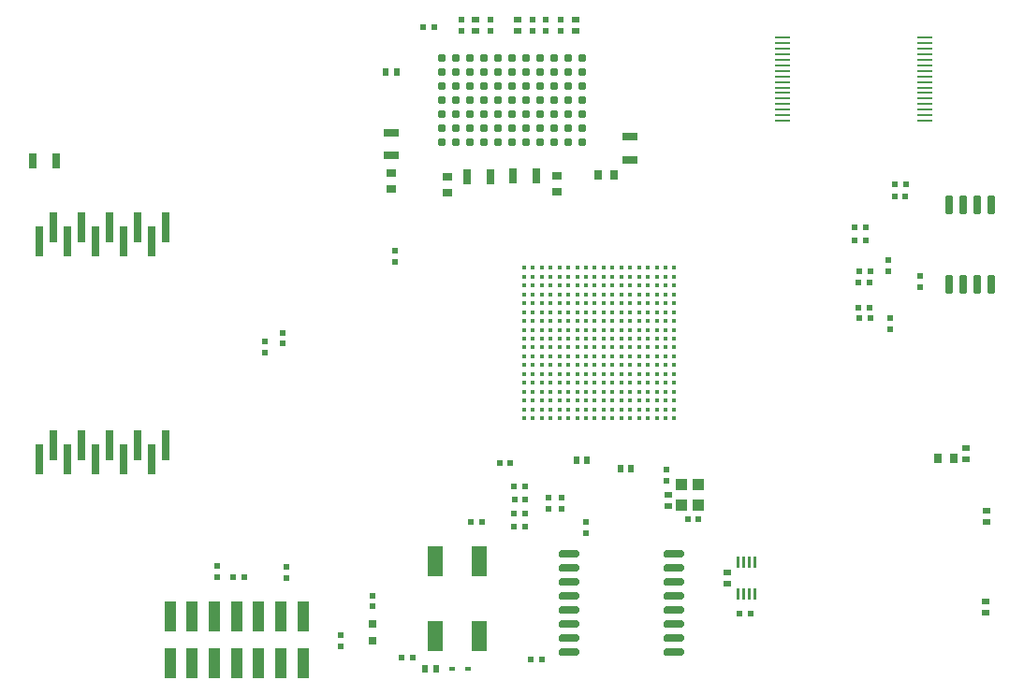
<source format=gtp>
G04*
G04 #@! TF.GenerationSoftware,Altium Limited,Altium Designer,20.1.11 (218)*
G04*
G04 Layer_Color=8421504*
%FSLAX25Y25*%
%MOIN*%
G70*
G04*
G04 #@! TF.SameCoordinates,79C4E474-355B-46CA-A0E8-57BC19F8BC65*
G04*
G04*
G04 #@! TF.FilePolarity,Positive*
G04*
G01*
G75*
%ADD24R,0.02362X0.02756*%
%ADD25R,0.02362X0.02362*%
%ADD26R,0.02362X0.02362*%
G04:AMPARAMS|DCode=27|XSize=63.39mil|YSize=24.02mil|CornerRadius=3mil|HoleSize=0mil|Usage=FLASHONLY|Rotation=90.000|XOffset=0mil|YOffset=0mil|HoleType=Round|Shape=RoundedRectangle|*
%AMROUNDEDRECTD27*
21,1,0.06339,0.01801,0,0,90.0*
21,1,0.05738,0.02402,0,0,90.0*
1,1,0.00600,0.00901,0.02869*
1,1,0.00600,0.00901,-0.02869*
1,1,0.00600,-0.00901,-0.02869*
1,1,0.00600,-0.00901,0.02869*
%
%ADD27ROUNDEDRECTD27*%
%ADD28R,0.02756X0.02362*%
G04:AMPARAMS|DCode=29|XSize=42mil|YSize=10mil|CornerRadius=2.5mil|HoleSize=0mil|Usage=FLASHONLY|Rotation=90.000|XOffset=0mil|YOffset=0mil|HoleType=Round|Shape=RoundedRectangle|*
%AMROUNDEDRECTD29*
21,1,0.04200,0.00500,0,0,90.0*
21,1,0.03700,0.01000,0,0,90.0*
1,1,0.00500,0.00250,0.01850*
1,1,0.00500,0.00250,-0.01850*
1,1,0.00500,-0.00250,-0.01850*
1,1,0.00500,-0.00250,0.01850*
%
%ADD29ROUNDEDRECTD29*%
G04:AMPARAMS|DCode=30|XSize=23.62mil|YSize=74.8mil|CornerRadius=5.91mil|HoleSize=0mil|Usage=FLASHONLY|Rotation=90.000|XOffset=0mil|YOffset=0mil|HoleType=Round|Shape=RoundedRectangle|*
%AMROUNDEDRECTD30*
21,1,0.02362,0.06299,0,0,90.0*
21,1,0.01181,0.07480,0,0,90.0*
1,1,0.01181,0.03150,0.00591*
1,1,0.01181,0.03150,-0.00591*
1,1,0.01181,-0.03150,-0.00591*
1,1,0.01181,-0.03150,0.00591*
%
%ADD30ROUNDEDRECTD30*%
%ADD31R,0.02165X0.01181*%
%ADD32R,0.03150X0.03150*%
%ADD33R,0.05512X0.03150*%
%ADD34R,0.02559X0.03543*%
%ADD35R,0.03543X0.02559*%
G04:AMPARAMS|DCode=36|XSize=56mil|YSize=9mil|CornerRadius=2.25mil|HoleSize=0mil|Usage=FLASHONLY|Rotation=0.000|XOffset=0mil|YOffset=0mil|HoleType=Round|Shape=RoundedRectangle|*
%AMROUNDEDRECTD36*
21,1,0.05600,0.00450,0,0,0.0*
21,1,0.05150,0.00900,0,0,0.0*
1,1,0.00450,0.02575,-0.00225*
1,1,0.00450,-0.02575,-0.00225*
1,1,0.00450,-0.02575,0.00225*
1,1,0.00450,0.02575,0.00225*
%
%ADD36ROUNDEDRECTD36*%
%ADD37C,0.01614*%
%ADD38R,0.03937X0.04331*%
%ADD39R,0.05709X0.10827*%
%ADD40R,0.03937X0.10827*%
G04:AMPARAMS|DCode=41|XSize=108mil|YSize=29mil|CornerRadius=7.25mil|HoleSize=0mil|Usage=FLASHONLY|Rotation=90.000|XOffset=0mil|YOffset=0mil|HoleType=Round|Shape=RoundedRectangle|*
%AMROUNDEDRECTD41*
21,1,0.10800,0.01450,0,0,90.0*
21,1,0.09350,0.02900,0,0,90.0*
1,1,0.01450,0.00725,0.04675*
1,1,0.01450,0.00725,-0.04675*
1,1,0.01450,-0.00725,-0.04675*
1,1,0.01450,-0.00725,0.04675*
%
%ADD41ROUNDEDRECTD41*%
%ADD42R,0.03150X0.05512*%
%ADD43C,0.03100*%
D24*
X396731Y236418D02*
D03*
X400668D02*
D03*
X416318Y233212D02*
D03*
X412381D02*
D03*
X342898Y161876D02*
D03*
X346835D02*
D03*
X332773Y374682D02*
D03*
X328836D02*
D03*
D25*
X436374Y215307D02*
D03*
X440311D02*
D03*
X514119Y334604D02*
D03*
X510182D02*
D03*
X510079Y330114D02*
D03*
X514016D02*
D03*
X495821Y319407D02*
D03*
X499758D02*
D03*
X499832Y314536D02*
D03*
X495895D02*
D03*
X501520Y303741D02*
D03*
X497583D02*
D03*
X501242Y299443D02*
D03*
X497305D02*
D03*
X501223Y290731D02*
D03*
X497286D02*
D03*
X501432Y286900D02*
D03*
X497495D02*
D03*
X458806Y181477D02*
D03*
X454869D02*
D03*
X373363Y235106D02*
D03*
X369426D02*
D03*
X359261Y214093D02*
D03*
X363198D02*
D03*
X374570Y227022D02*
D03*
X378507D02*
D03*
X374740Y222282D02*
D03*
X378677D02*
D03*
X378520Y217400D02*
D03*
X374583D02*
D03*
Y212584D02*
D03*
X378520D02*
D03*
X380695Y165387D02*
D03*
X384631D02*
D03*
X334470Y165866D02*
D03*
X338407D02*
D03*
X278397Y194543D02*
D03*
X274460D02*
D03*
X346106Y390493D02*
D03*
X342169D02*
D03*
D26*
X519065Y301851D02*
D03*
Y297914D02*
D03*
X507967Y307669D02*
D03*
Y303732D02*
D03*
X508398Y282937D02*
D03*
Y286874D02*
D03*
X400192Y210381D02*
D03*
Y214318D02*
D03*
X391520Y218875D02*
D03*
Y222812D02*
D03*
X386949D02*
D03*
Y218875D02*
D03*
X324099Y188054D02*
D03*
Y184116D02*
D03*
X312987Y170076D02*
D03*
Y174013D02*
D03*
X268728Y198456D02*
D03*
Y194519D02*
D03*
X391049Y389354D02*
D03*
Y393291D02*
D03*
X386011Y389265D02*
D03*
Y393202D02*
D03*
X381101Y389353D02*
D03*
Y393290D02*
D03*
X366098Y389299D02*
D03*
Y393236D02*
D03*
X355931Y389313D02*
D03*
Y393250D02*
D03*
X293517Y198112D02*
D03*
Y194175D02*
D03*
X428982Y232834D02*
D03*
Y228897D02*
D03*
X332191Y310768D02*
D03*
Y306831D02*
D03*
X285802Y278652D02*
D03*
Y274715D02*
D03*
X292089Y281711D02*
D03*
Y277774D02*
D03*
D27*
X529411Y298879D02*
D03*
X534411D02*
D03*
X539411D02*
D03*
X544411D02*
D03*
Y327265D02*
D03*
X539411D02*
D03*
X534411D02*
D03*
X529411D02*
D03*
D28*
X542585Y186027D02*
D03*
Y182090D02*
D03*
X450541Y192365D02*
D03*
Y196302D02*
D03*
X429623Y220091D02*
D03*
Y224028D02*
D03*
X396526Y389228D02*
D03*
Y393164D02*
D03*
X375938Y389353D02*
D03*
Y393290D02*
D03*
X360928Y389360D02*
D03*
Y393297D02*
D03*
X535559Y236732D02*
D03*
Y240669D02*
D03*
X542916Y218138D02*
D03*
Y214201D02*
D03*
D29*
X454386Y188727D02*
D03*
X456386D02*
D03*
X458386D02*
D03*
X460386D02*
D03*
Y199927D02*
D03*
X458386D02*
D03*
X456386D02*
D03*
X454386D02*
D03*
D30*
X431697Y167777D02*
D03*
Y172777D02*
D03*
Y177777D02*
D03*
Y182777D02*
D03*
Y187777D02*
D03*
Y192777D02*
D03*
Y197777D02*
D03*
Y202777D02*
D03*
X394295Y167777D02*
D03*
Y172777D02*
D03*
Y177777D02*
D03*
Y182777D02*
D03*
Y187777D02*
D03*
Y192777D02*
D03*
Y197777D02*
D03*
Y202777D02*
D03*
D31*
X352555Y161966D02*
D03*
X358067D02*
D03*
D32*
X324242Y177977D02*
D03*
Y172072D02*
D03*
D33*
X415751Y343325D02*
D03*
Y351593D02*
D03*
X330782Y344787D02*
D03*
Y353055D02*
D03*
D34*
X404488Y337821D02*
D03*
X410197D02*
D03*
X531217Y236830D02*
D03*
X525508D02*
D03*
D35*
X389825Y331829D02*
D03*
Y337538D02*
D03*
X350767Y331710D02*
D03*
Y337419D02*
D03*
X330754Y332994D02*
D03*
Y338703D02*
D03*
D36*
X520907Y386889D02*
D03*
Y384889D02*
D03*
Y382889D02*
D03*
Y380989D02*
D03*
Y378989D02*
D03*
Y376989D02*
D03*
Y375089D02*
D03*
Y373089D02*
D03*
Y371089D02*
D03*
Y369089D02*
D03*
Y367189D02*
D03*
Y365189D02*
D03*
Y363189D02*
D03*
Y361289D02*
D03*
Y359289D02*
D03*
Y357289D02*
D03*
X470107D02*
D03*
Y359289D02*
D03*
Y361289D02*
D03*
Y363189D02*
D03*
Y365189D02*
D03*
Y367189D02*
D03*
Y369089D02*
D03*
Y371089D02*
D03*
Y373089D02*
D03*
Y375089D02*
D03*
Y376989D02*
D03*
Y378989D02*
D03*
Y380989D02*
D03*
Y382889D02*
D03*
Y384889D02*
D03*
Y386889D02*
D03*
D37*
X378151Y304795D02*
D03*
X381301D02*
D03*
X384451D02*
D03*
X387600D02*
D03*
X390750D02*
D03*
X393899D02*
D03*
X397049D02*
D03*
X400199D02*
D03*
X403348D02*
D03*
X406498D02*
D03*
X409647D02*
D03*
X412797D02*
D03*
X415946D02*
D03*
X419096D02*
D03*
X422246D02*
D03*
X425395D02*
D03*
X428545D02*
D03*
X431695D02*
D03*
X378151Y301645D02*
D03*
X381301D02*
D03*
X384451D02*
D03*
X387600D02*
D03*
X390750D02*
D03*
X393899D02*
D03*
X397049D02*
D03*
X400199D02*
D03*
X403348D02*
D03*
X406498D02*
D03*
X409647D02*
D03*
X412797D02*
D03*
X415946D02*
D03*
X419096D02*
D03*
X422246D02*
D03*
X425395D02*
D03*
X428545D02*
D03*
X431695D02*
D03*
X378151Y298496D02*
D03*
X381301D02*
D03*
X384451D02*
D03*
X387600D02*
D03*
X390750D02*
D03*
X393899D02*
D03*
X397049D02*
D03*
X400199D02*
D03*
X403348D02*
D03*
X406498D02*
D03*
X409647D02*
D03*
X412797D02*
D03*
X415946D02*
D03*
X419096D02*
D03*
X422246D02*
D03*
X425395D02*
D03*
X428545D02*
D03*
X431695D02*
D03*
X378151Y295346D02*
D03*
X381301D02*
D03*
X384451D02*
D03*
X387600D02*
D03*
X390750D02*
D03*
X393899D02*
D03*
X397049D02*
D03*
X400199D02*
D03*
X403348D02*
D03*
X406498D02*
D03*
X409647D02*
D03*
X412797D02*
D03*
X415946D02*
D03*
X419096D02*
D03*
X422246D02*
D03*
X425395D02*
D03*
X428545D02*
D03*
X431695D02*
D03*
X378151Y292197D02*
D03*
X381301D02*
D03*
X384451D02*
D03*
X387600D02*
D03*
X390750D02*
D03*
X393899D02*
D03*
X397049D02*
D03*
X400199D02*
D03*
X403348D02*
D03*
X406498D02*
D03*
X409647D02*
D03*
X412797D02*
D03*
X415946D02*
D03*
X419096D02*
D03*
X422246D02*
D03*
X425395D02*
D03*
X428545D02*
D03*
X431695D02*
D03*
X378151Y289047D02*
D03*
X381301D02*
D03*
X384451D02*
D03*
X387600D02*
D03*
X390750D02*
D03*
X393899D02*
D03*
X397049D02*
D03*
X400199D02*
D03*
X403348D02*
D03*
X406498D02*
D03*
X409647D02*
D03*
X412797D02*
D03*
X415946D02*
D03*
X419096D02*
D03*
X422246D02*
D03*
X425395D02*
D03*
X428545D02*
D03*
X431695D02*
D03*
X378151Y285897D02*
D03*
X381301D02*
D03*
X384451D02*
D03*
X387600D02*
D03*
X390750D02*
D03*
X393899D02*
D03*
X397049D02*
D03*
X400199D02*
D03*
X403348D02*
D03*
X406498D02*
D03*
X409647D02*
D03*
X412797D02*
D03*
X415946D02*
D03*
X419096D02*
D03*
X422246D02*
D03*
X425395D02*
D03*
X428545D02*
D03*
X431695D02*
D03*
X378151Y282748D02*
D03*
X381301D02*
D03*
X384451D02*
D03*
X387600D02*
D03*
X390750D02*
D03*
X393899D02*
D03*
X397049D02*
D03*
X400199D02*
D03*
X403348D02*
D03*
X406498D02*
D03*
X409647D02*
D03*
X412797D02*
D03*
X415946D02*
D03*
X419096D02*
D03*
X422246D02*
D03*
X425395D02*
D03*
X428545D02*
D03*
X431695D02*
D03*
X378151Y279598D02*
D03*
X381301D02*
D03*
X384451D02*
D03*
X387600D02*
D03*
X390750D02*
D03*
X393899D02*
D03*
X397049D02*
D03*
X400199D02*
D03*
X403348D02*
D03*
X406498D02*
D03*
X409647D02*
D03*
X412797D02*
D03*
X415946D02*
D03*
X419096D02*
D03*
X422246D02*
D03*
X425395D02*
D03*
X428545D02*
D03*
X431695D02*
D03*
X378151Y276449D02*
D03*
X381301D02*
D03*
X384451D02*
D03*
X387600D02*
D03*
X390750D02*
D03*
X393899D02*
D03*
X397049D02*
D03*
X400199D02*
D03*
X403348D02*
D03*
X406498D02*
D03*
X409647D02*
D03*
X412797D02*
D03*
X415946D02*
D03*
X419096D02*
D03*
X422246D02*
D03*
X425395D02*
D03*
X428545D02*
D03*
X431695D02*
D03*
X378151Y273299D02*
D03*
X381301D02*
D03*
X384451D02*
D03*
X387600D02*
D03*
X390750D02*
D03*
X393899D02*
D03*
X397049D02*
D03*
X400199D02*
D03*
X403348D02*
D03*
X406498D02*
D03*
X409647D02*
D03*
X412797D02*
D03*
X415946D02*
D03*
X419096D02*
D03*
X422246D02*
D03*
X425395D02*
D03*
X428545D02*
D03*
X431695D02*
D03*
X378151Y270149D02*
D03*
X381301D02*
D03*
X384451D02*
D03*
X387600D02*
D03*
X390750D02*
D03*
X393899D02*
D03*
X397049D02*
D03*
X400199D02*
D03*
X403348D02*
D03*
X406498D02*
D03*
X409647D02*
D03*
X412797D02*
D03*
X415946D02*
D03*
X419096D02*
D03*
X422246D02*
D03*
X425395D02*
D03*
X428545D02*
D03*
X431695D02*
D03*
X378151Y267000D02*
D03*
X381301D02*
D03*
X384451D02*
D03*
X387600D02*
D03*
X390750D02*
D03*
X393899D02*
D03*
X397049D02*
D03*
X400199D02*
D03*
X403348D02*
D03*
X406498D02*
D03*
X409647D02*
D03*
X412797D02*
D03*
X415946D02*
D03*
X419096D02*
D03*
X422246D02*
D03*
X425395D02*
D03*
X428545D02*
D03*
X431695D02*
D03*
X378151Y263850D02*
D03*
X381301D02*
D03*
X384451D02*
D03*
X387600D02*
D03*
X390750D02*
D03*
X393899D02*
D03*
X397049D02*
D03*
X400199D02*
D03*
X403348D02*
D03*
X406498D02*
D03*
X409647D02*
D03*
X412797D02*
D03*
X415946D02*
D03*
X419096D02*
D03*
X422246D02*
D03*
X425395D02*
D03*
X428545D02*
D03*
X431695D02*
D03*
X378151Y260701D02*
D03*
X381301D02*
D03*
X384451D02*
D03*
X387600D02*
D03*
X390750D02*
D03*
X393899D02*
D03*
X397049D02*
D03*
X400199D02*
D03*
X403348D02*
D03*
X406498D02*
D03*
X409647D02*
D03*
X412797D02*
D03*
X415946D02*
D03*
X419096D02*
D03*
X422246D02*
D03*
X425395D02*
D03*
X428545D02*
D03*
X431695D02*
D03*
X378151Y257551D02*
D03*
X381301D02*
D03*
X384451D02*
D03*
X387600D02*
D03*
X390750D02*
D03*
X393899D02*
D03*
X397049D02*
D03*
X400199D02*
D03*
X403348D02*
D03*
X406498D02*
D03*
X409647D02*
D03*
X412797D02*
D03*
X415946D02*
D03*
X419096D02*
D03*
X422246D02*
D03*
X425395D02*
D03*
X428545D02*
D03*
X431695D02*
D03*
X378151Y254401D02*
D03*
X381301D02*
D03*
X384451D02*
D03*
X387600D02*
D03*
X390750D02*
D03*
X393899D02*
D03*
X397049D02*
D03*
X400199D02*
D03*
X403348D02*
D03*
X406498D02*
D03*
X409647D02*
D03*
X412797D02*
D03*
X415946D02*
D03*
X419096D02*
D03*
X422246D02*
D03*
X425395D02*
D03*
X428545D02*
D03*
X431695D02*
D03*
X378151Y251252D02*
D03*
X381301D02*
D03*
X384451D02*
D03*
X387600D02*
D03*
X390750D02*
D03*
X393899D02*
D03*
X397049D02*
D03*
X400199D02*
D03*
X403348D02*
D03*
X406498D02*
D03*
X409647D02*
D03*
X412797D02*
D03*
X415946D02*
D03*
X419096D02*
D03*
X422246D02*
D03*
X425395D02*
D03*
X428545D02*
D03*
X431695D02*
D03*
D38*
X434183Y220121D02*
D03*
Y227601D02*
D03*
X440089Y220121D02*
D03*
Y227601D02*
D03*
D39*
X362091Y173644D02*
D03*
X346540D02*
D03*
X362091Y200219D02*
D03*
X346540D02*
D03*
D40*
X299405Y180678D02*
D03*
Y163907D02*
D03*
X291531Y180678D02*
D03*
Y163907D02*
D03*
X283657Y180678D02*
D03*
Y163907D02*
D03*
X275783Y180678D02*
D03*
Y163907D02*
D03*
X267909Y180678D02*
D03*
Y163907D02*
D03*
X260035Y180678D02*
D03*
Y163907D02*
D03*
X252161Y180678D02*
D03*
Y163907D02*
D03*
D41*
X250678Y319125D02*
D03*
X245678Y314325D02*
D03*
X240678Y319125D02*
D03*
X235678Y314325D02*
D03*
X230678Y319125D02*
D03*
X225678Y314325D02*
D03*
X220678Y319125D02*
D03*
X215678Y314325D02*
D03*
X210678Y319125D02*
D03*
X205678Y314325D02*
D03*
X250678Y241510D02*
D03*
X245678Y236710D02*
D03*
X240678Y241510D02*
D03*
X235678Y236710D02*
D03*
X230678Y241510D02*
D03*
X225678Y236710D02*
D03*
X220678Y241510D02*
D03*
X215678Y236710D02*
D03*
X210678Y241510D02*
D03*
X205678Y236710D02*
D03*
D42*
X382635Y337568D02*
D03*
X374368D02*
D03*
X358038Y337255D02*
D03*
X366305D02*
D03*
X203370Y343051D02*
D03*
X211638D02*
D03*
D43*
X348716Y349621D02*
D03*
Y354621D02*
D03*
Y359621D02*
D03*
Y364621D02*
D03*
Y369621D02*
D03*
Y374621D02*
D03*
Y379621D02*
D03*
X353716Y349621D02*
D03*
Y354621D02*
D03*
Y359621D02*
D03*
Y364621D02*
D03*
Y369621D02*
D03*
Y374621D02*
D03*
Y379621D02*
D03*
X358716Y349621D02*
D03*
Y354621D02*
D03*
Y359621D02*
D03*
Y364621D02*
D03*
Y369621D02*
D03*
Y374621D02*
D03*
Y379621D02*
D03*
X363716Y349621D02*
D03*
Y354621D02*
D03*
Y359621D02*
D03*
Y364621D02*
D03*
Y369621D02*
D03*
Y374621D02*
D03*
Y379621D02*
D03*
X368716Y349621D02*
D03*
Y354621D02*
D03*
Y359621D02*
D03*
Y364621D02*
D03*
Y369621D02*
D03*
Y374621D02*
D03*
Y379621D02*
D03*
X373716Y349621D02*
D03*
Y354621D02*
D03*
Y359621D02*
D03*
Y364621D02*
D03*
Y369621D02*
D03*
Y374621D02*
D03*
Y379621D02*
D03*
X378716Y349621D02*
D03*
Y354621D02*
D03*
Y359621D02*
D03*
Y364621D02*
D03*
Y369621D02*
D03*
Y374621D02*
D03*
Y379621D02*
D03*
X383716Y349621D02*
D03*
Y354621D02*
D03*
Y359621D02*
D03*
Y364621D02*
D03*
Y369621D02*
D03*
Y374621D02*
D03*
Y379621D02*
D03*
X388716Y349621D02*
D03*
Y354621D02*
D03*
Y359621D02*
D03*
Y364621D02*
D03*
Y369621D02*
D03*
Y374621D02*
D03*
Y379621D02*
D03*
X393716Y349621D02*
D03*
Y354621D02*
D03*
Y359621D02*
D03*
Y364621D02*
D03*
Y369621D02*
D03*
Y374621D02*
D03*
Y379621D02*
D03*
X398716Y349621D02*
D03*
Y354621D02*
D03*
Y359621D02*
D03*
Y364621D02*
D03*
Y369621D02*
D03*
Y379621D02*
D03*
Y374621D02*
D03*
M02*

</source>
